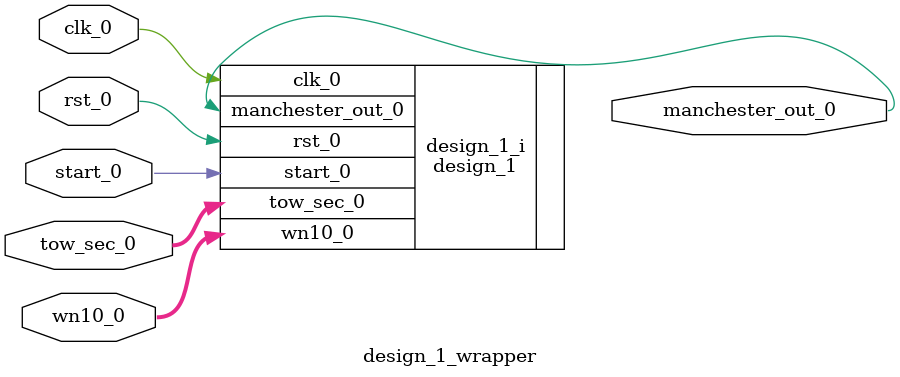
<source format=v>
`timescale 1 ps / 1 ps

module design_1_wrapper
   (clk_0,
    manchester_out_0,
    rst_0,
    start_0,
    tow_sec_0,
    wn10_0);
  input clk_0;
  output manchester_out_0;
  input rst_0;
  input start_0;
  input [19:0]tow_sec_0;
  input [9:0]wn10_0;

  wire clk_0;
  wire manchester_out_0;
  wire rst_0;
  wire start_0;
  wire [19:0]tow_sec_0;
  wire [9:0]wn10_0;

  design_1 design_1_i
       (.clk_0(clk_0),
        .manchester_out_0(manchester_out_0),
        .rst_0(rst_0),
        .start_0(start_0),
        .tow_sec_0(tow_sec_0),
        .wn10_0(wn10_0));
endmodule

</source>
